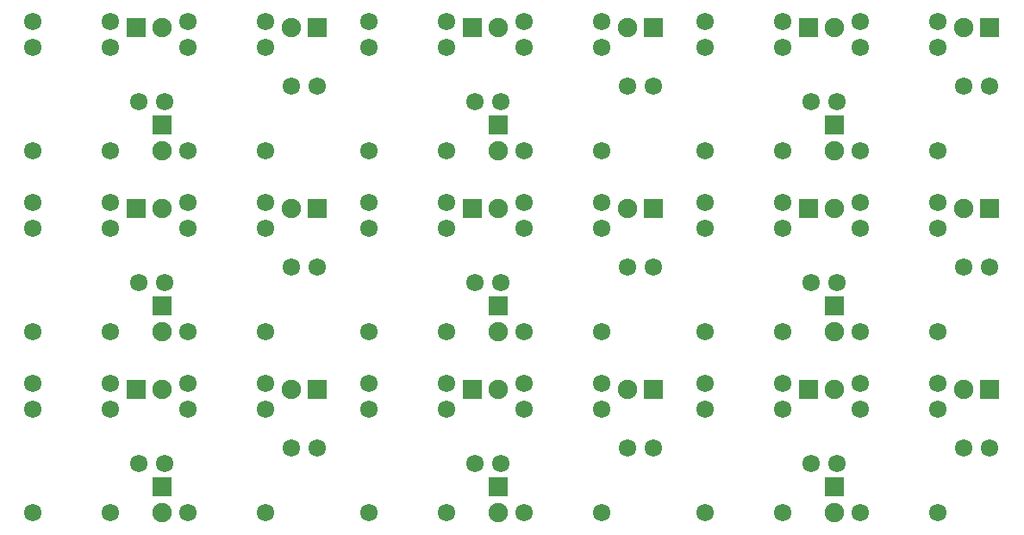
<source format=gbs>
G04 #@! TF.GenerationSoftware,KiCad,Pcbnew,(5.1.6)-1*
G04 #@! TF.CreationDate,2020-06-03T08:18:40+09:00*
G04 #@! TF.ProjectId,XOR___,584f5262-d851-42e6-9b69-6361645f7063,rev?*
G04 #@! TF.SameCoordinates,Original*
G04 #@! TF.FileFunction,Soldermask,Bot*
G04 #@! TF.FilePolarity,Negative*
%FSLAX46Y46*%
G04 Gerber Fmt 4.6, Leading zero omitted, Abs format (unit mm)*
G04 Created by KiCad (PCBNEW (5.1.6)-1) date 2020-06-03 08:18:40*
%MOMM*%
%LPD*%
G01*
G04 APERTURE LIST*
%ADD10C,1.724000*%
%ADD11R,1.900000X1.900000*%
%ADD12O,1.900000X1.900000*%
G04 APERTURE END LIST*
D10*
X139700000Y-86360000D03*
X147320000Y-86360000D03*
X147320000Y-88900000D03*
X139700000Y-88900000D03*
X139700000Y-99060000D03*
X147320000Y-99060000D03*
X106680000Y-86360000D03*
X114300000Y-86360000D03*
X114300000Y-88900000D03*
X106680000Y-88900000D03*
X106680000Y-99060000D03*
X114300000Y-99060000D03*
X73660000Y-86360000D03*
X81280000Y-86360000D03*
X81280000Y-88900000D03*
X73660000Y-88900000D03*
X73660000Y-99060000D03*
X81280000Y-99060000D03*
X139700000Y-68580000D03*
X147320000Y-68580000D03*
X147320000Y-71120000D03*
X139700000Y-71120000D03*
X139700000Y-81280000D03*
X147320000Y-81280000D03*
X106680000Y-68580000D03*
X114300000Y-68580000D03*
X114300000Y-71120000D03*
X106680000Y-71120000D03*
X106680000Y-81280000D03*
X114300000Y-81280000D03*
X73660000Y-68580000D03*
X81280000Y-68580000D03*
X81280000Y-71120000D03*
X73660000Y-71120000D03*
X73660000Y-81280000D03*
X81280000Y-81280000D03*
X139700000Y-50800000D03*
X147320000Y-50800000D03*
X147320000Y-53340000D03*
X139700000Y-53340000D03*
X139700000Y-63500000D03*
X147320000Y-63500000D03*
X106680000Y-50800000D03*
X114300000Y-50800000D03*
X114300000Y-53340000D03*
X106680000Y-53340000D03*
X106680000Y-63500000D03*
X114300000Y-63500000D03*
X162560000Y-99060000D03*
X154940000Y-99060000D03*
X154940000Y-88900000D03*
X162560000Y-88900000D03*
X162560000Y-86360000D03*
X154940000Y-86360000D03*
X129540000Y-99060000D03*
X121920000Y-99060000D03*
X121920000Y-88900000D03*
X129540000Y-88900000D03*
X129540000Y-86360000D03*
X121920000Y-86360000D03*
X96520000Y-99060000D03*
X88900000Y-99060000D03*
X88900000Y-88900000D03*
X96520000Y-88900000D03*
X96520000Y-86360000D03*
X88900000Y-86360000D03*
X162560000Y-81280000D03*
X154940000Y-81280000D03*
X154940000Y-71120000D03*
X162560000Y-71120000D03*
X162560000Y-68580000D03*
X154940000Y-68580000D03*
X129540000Y-81280000D03*
X121920000Y-81280000D03*
X121920000Y-71120000D03*
X129540000Y-71120000D03*
X129540000Y-68580000D03*
X121920000Y-68580000D03*
X96520000Y-81280000D03*
X88900000Y-81280000D03*
X88900000Y-71120000D03*
X96520000Y-71120000D03*
X96520000Y-68580000D03*
X88900000Y-68580000D03*
X162560000Y-63500000D03*
X154940000Y-63500000D03*
X154940000Y-53340000D03*
X162560000Y-53340000D03*
X162560000Y-50800000D03*
X154940000Y-50800000D03*
X129540000Y-63500000D03*
X121920000Y-63500000D03*
X121920000Y-53340000D03*
X129540000Y-53340000D03*
X129540000Y-50800000D03*
X121920000Y-50800000D03*
X165100000Y-92710000D03*
X167640000Y-92710000D03*
X132080000Y-92710000D03*
X134620000Y-92710000D03*
X99060000Y-92710000D03*
X101600000Y-92710000D03*
X165100000Y-74930000D03*
X167640000Y-74930000D03*
X132080000Y-74930000D03*
X134620000Y-74930000D03*
X99060000Y-74930000D03*
X101600000Y-74930000D03*
X165100000Y-57150000D03*
X167640000Y-57150000D03*
X132080000Y-57150000D03*
X134620000Y-57150000D03*
D11*
X167640000Y-86960000D03*
D12*
X165100000Y-86960000D03*
D11*
X134620000Y-86960000D03*
D12*
X132080000Y-86960000D03*
D11*
X101600000Y-86960000D03*
D12*
X99060000Y-86960000D03*
D11*
X167640000Y-69180000D03*
D12*
X165100000Y-69180000D03*
D11*
X134620000Y-69180000D03*
D12*
X132080000Y-69180000D03*
D11*
X101600000Y-69180000D03*
D12*
X99060000Y-69180000D03*
D11*
X167640000Y-51400000D03*
D12*
X165100000Y-51400000D03*
D11*
X134620000Y-51400000D03*
D12*
X132080000Y-51400000D03*
X152400000Y-99060000D03*
D11*
X152400000Y-96520000D03*
D12*
X119380000Y-99060000D03*
D11*
X119380000Y-96520000D03*
D12*
X86360000Y-99060000D03*
D11*
X86360000Y-96520000D03*
D12*
X152400000Y-81280000D03*
D11*
X152400000Y-78740000D03*
D12*
X119380000Y-81280000D03*
D11*
X119380000Y-78740000D03*
D12*
X86360000Y-81280000D03*
D11*
X86360000Y-78740000D03*
D12*
X152400000Y-63500000D03*
D11*
X152400000Y-60960000D03*
D12*
X119380000Y-63500000D03*
D11*
X119380000Y-60960000D03*
D10*
X152654000Y-94234000D03*
X150114000Y-94234000D03*
X119634000Y-94234000D03*
X117094000Y-94234000D03*
X86614000Y-94234000D03*
X84074000Y-94234000D03*
X152654000Y-76454000D03*
X150114000Y-76454000D03*
X119634000Y-76454000D03*
X117094000Y-76454000D03*
X86614000Y-76454000D03*
X84074000Y-76454000D03*
X152654000Y-58674000D03*
X150114000Y-58674000D03*
X119634000Y-58674000D03*
X117094000Y-58674000D03*
D12*
X152400000Y-86960000D03*
D11*
X149860000Y-86960000D03*
D12*
X119380000Y-86960000D03*
D11*
X116840000Y-86960000D03*
D12*
X86360000Y-86960000D03*
D11*
X83820000Y-86960000D03*
D12*
X152400000Y-69180000D03*
D11*
X149860000Y-69180000D03*
D12*
X119380000Y-69180000D03*
D11*
X116840000Y-69180000D03*
D12*
X86360000Y-69180000D03*
D11*
X83820000Y-69180000D03*
D12*
X152400000Y-51400000D03*
D11*
X149860000Y-51400000D03*
D12*
X119380000Y-51400000D03*
D11*
X116840000Y-51400000D03*
D10*
X84074000Y-58674000D03*
X86614000Y-58674000D03*
X101600000Y-57150000D03*
X99060000Y-57150000D03*
D11*
X83820000Y-51400000D03*
D12*
X86360000Y-51400000D03*
D11*
X86360000Y-60960000D03*
D12*
X86360000Y-63500000D03*
X99060000Y-51400000D03*
D11*
X101600000Y-51400000D03*
D10*
X81280000Y-63500000D03*
X73660000Y-63500000D03*
X73660000Y-53340000D03*
X81280000Y-53340000D03*
X81280000Y-50800000D03*
X73660000Y-50800000D03*
X88900000Y-50800000D03*
X96520000Y-50800000D03*
X96520000Y-53340000D03*
X88900000Y-53340000D03*
X88900000Y-63500000D03*
X96520000Y-63500000D03*
M02*

</source>
